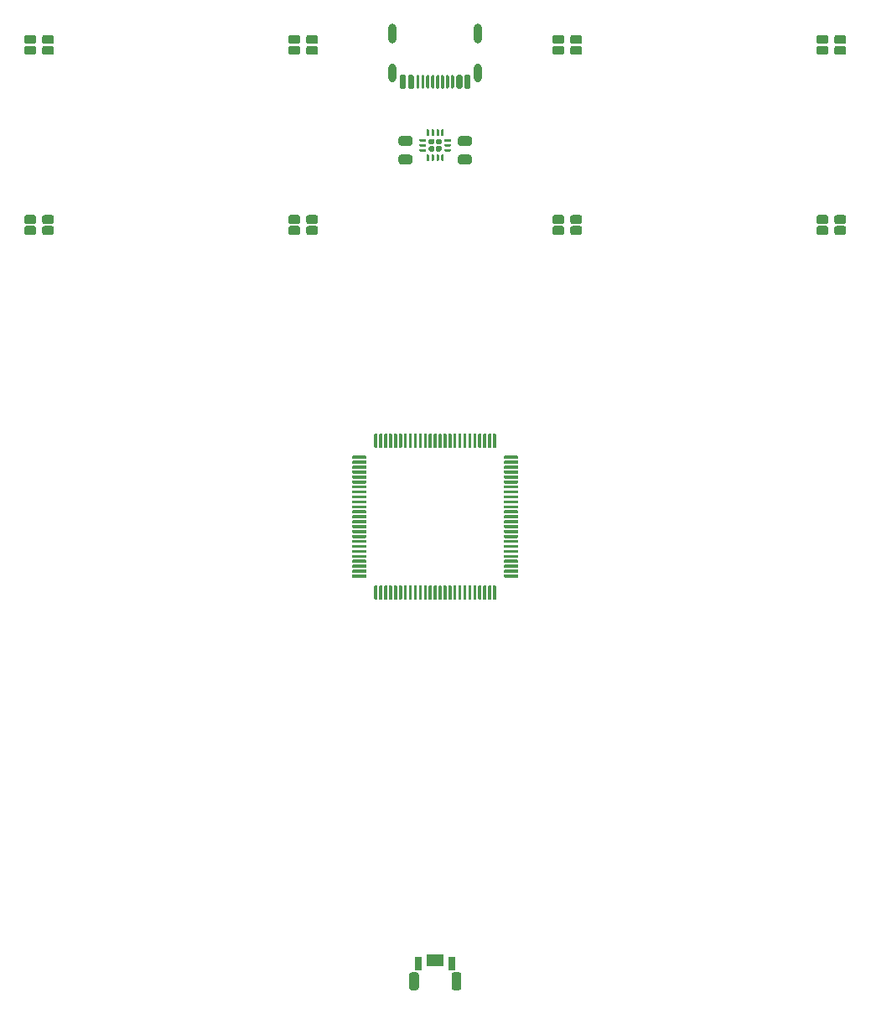
<source format=gtp>
G04 #@! TF.GenerationSoftware,KiCad,Pcbnew,5.1.9+dfsg1-1*
G04 #@! TF.CreationDate,2021-10-27T13:30:15+02:00*
G04 #@! TF.ProjectId,EF44,45463434-2e6b-4696-9361-645f70636258,rev?*
G04 #@! TF.SameCoordinates,Original*
G04 #@! TF.FileFunction,Paste,Top*
G04 #@! TF.FilePolarity,Positive*
%FSLAX46Y46*%
G04 Gerber Fmt 4.6, Leading zero omitted, Abs format (unit mm)*
G04 Created by KiCad (PCBNEW 5.1.9+dfsg1-1) date 2021-10-27 13:30:15*
%MOMM*%
%LPD*%
G01*
G04 APERTURE LIST*
%ADD10O,0.800000X2.000000*%
%ADD11O,0.800000X1.900000*%
%ADD12R,1.700000X1.200000*%
%ADD13R,0.700000X1.400000*%
G04 APERTURE END LIST*
G36*
G01*
X100070000Y-63005000D02*
X100070000Y-62715000D01*
G75*
G02*
X100215000Y-62570000I145000J0D01*
G01*
X100505000Y-62570000D01*
G75*
G02*
X100650000Y-62715000I0J-145000D01*
G01*
X100650000Y-63005000D01*
G75*
G02*
X100505000Y-63150000I-145000J0D01*
G01*
X100215000Y-63150000D01*
G75*
G02*
X100070000Y-63005000I0J145000D01*
G01*
G37*
G36*
G01*
X100070000Y-62285000D02*
X100070000Y-61995000D01*
G75*
G02*
X100215000Y-61850000I145000J0D01*
G01*
X100505000Y-61850000D01*
G75*
G02*
X100650000Y-61995000I0J-145000D01*
G01*
X100650000Y-62285000D01*
G75*
G02*
X100505000Y-62430000I-145000J0D01*
G01*
X100215000Y-62430000D01*
G75*
G02*
X100070000Y-62285000I0J145000D01*
G01*
G37*
G36*
G01*
X99350000Y-63005000D02*
X99350000Y-62715000D01*
G75*
G02*
X99495000Y-62570000I145000J0D01*
G01*
X99785000Y-62570000D01*
G75*
G02*
X99930000Y-62715000I0J-145000D01*
G01*
X99930000Y-63005000D01*
G75*
G02*
X99785000Y-63150000I-145000J0D01*
G01*
X99495000Y-63150000D01*
G75*
G02*
X99350000Y-63005000I0J145000D01*
G01*
G37*
G36*
G01*
X99350000Y-62285000D02*
X99350000Y-61995000D01*
G75*
G02*
X99495000Y-61850000I145000J0D01*
G01*
X99785000Y-61850000D01*
G75*
G02*
X99930000Y-61995000I0J-145000D01*
G01*
X99930000Y-62285000D01*
G75*
G02*
X99785000Y-62430000I-145000J0D01*
G01*
X99495000Y-62430000D01*
G75*
G02*
X99350000Y-62285000I0J145000D01*
G01*
G37*
G36*
G01*
X99125000Y-61512500D02*
X99125000Y-60962500D01*
G75*
G02*
X99187500Y-60900000I62500J0D01*
G01*
X99312500Y-60900000D01*
G75*
G02*
X99375000Y-60962500I0J-62500D01*
G01*
X99375000Y-61512500D01*
G75*
G02*
X99312500Y-61575000I-62500J0D01*
G01*
X99187500Y-61575000D01*
G75*
G02*
X99125000Y-61512500I0J62500D01*
G01*
G37*
G36*
G01*
X99625000Y-61512500D02*
X99625000Y-60962500D01*
G75*
G02*
X99687500Y-60900000I62500J0D01*
G01*
X99812500Y-60900000D01*
G75*
G02*
X99875000Y-60962500I0J-62500D01*
G01*
X99875000Y-61512500D01*
G75*
G02*
X99812500Y-61575000I-62500J0D01*
G01*
X99687500Y-61575000D01*
G75*
G02*
X99625000Y-61512500I0J62500D01*
G01*
G37*
G36*
G01*
X100125000Y-61512500D02*
X100125000Y-60962500D01*
G75*
G02*
X100187500Y-60900000I62500J0D01*
G01*
X100312500Y-60900000D01*
G75*
G02*
X100375000Y-60962500I0J-62500D01*
G01*
X100375000Y-61512500D01*
G75*
G02*
X100312500Y-61575000I-62500J0D01*
G01*
X100187500Y-61575000D01*
G75*
G02*
X100125000Y-61512500I0J62500D01*
G01*
G37*
G36*
G01*
X100625000Y-61512500D02*
X100625000Y-60962500D01*
G75*
G02*
X100687500Y-60900000I62500J0D01*
G01*
X100812500Y-60900000D01*
G75*
G02*
X100875000Y-60962500I0J-62500D01*
G01*
X100875000Y-61512500D01*
G75*
G02*
X100812500Y-61575000I-62500J0D01*
G01*
X100687500Y-61575000D01*
G75*
G02*
X100625000Y-61512500I0J62500D01*
G01*
G37*
G36*
G01*
X100925000Y-62062500D02*
X100925000Y-61937500D01*
G75*
G02*
X100987500Y-61875000I62500J0D01*
G01*
X101537500Y-61875000D01*
G75*
G02*
X101600000Y-61937500I0J-62500D01*
G01*
X101600000Y-62062500D01*
G75*
G02*
X101537500Y-62125000I-62500J0D01*
G01*
X100987500Y-62125000D01*
G75*
G02*
X100925000Y-62062500I0J62500D01*
G01*
G37*
G36*
G01*
X100925000Y-62562500D02*
X100925000Y-62437500D01*
G75*
G02*
X100987500Y-62375000I62500J0D01*
G01*
X101537500Y-62375000D01*
G75*
G02*
X101600000Y-62437500I0J-62500D01*
G01*
X101600000Y-62562500D01*
G75*
G02*
X101537500Y-62625000I-62500J0D01*
G01*
X100987500Y-62625000D01*
G75*
G02*
X100925000Y-62562500I0J62500D01*
G01*
G37*
G36*
G01*
X100925000Y-63062500D02*
X100925000Y-62937500D01*
G75*
G02*
X100987500Y-62875000I62500J0D01*
G01*
X101537500Y-62875000D01*
G75*
G02*
X101600000Y-62937500I0J-62500D01*
G01*
X101600000Y-63062500D01*
G75*
G02*
X101537500Y-63125000I-62500J0D01*
G01*
X100987500Y-63125000D01*
G75*
G02*
X100925000Y-63062500I0J62500D01*
G01*
G37*
G36*
G01*
X100625000Y-64037500D02*
X100625000Y-63487500D01*
G75*
G02*
X100687500Y-63425000I62500J0D01*
G01*
X100812500Y-63425000D01*
G75*
G02*
X100875000Y-63487500I0J-62500D01*
G01*
X100875000Y-64037500D01*
G75*
G02*
X100812500Y-64100000I-62500J0D01*
G01*
X100687500Y-64100000D01*
G75*
G02*
X100625000Y-64037500I0J62500D01*
G01*
G37*
G36*
G01*
X100125000Y-64037500D02*
X100125000Y-63487500D01*
G75*
G02*
X100187500Y-63425000I62500J0D01*
G01*
X100312500Y-63425000D01*
G75*
G02*
X100375000Y-63487500I0J-62500D01*
G01*
X100375000Y-64037500D01*
G75*
G02*
X100312500Y-64100000I-62500J0D01*
G01*
X100187500Y-64100000D01*
G75*
G02*
X100125000Y-64037500I0J62500D01*
G01*
G37*
G36*
G01*
X99625000Y-64037500D02*
X99625000Y-63487500D01*
G75*
G02*
X99687500Y-63425000I62500J0D01*
G01*
X99812500Y-63425000D01*
G75*
G02*
X99875000Y-63487500I0J-62500D01*
G01*
X99875000Y-64037500D01*
G75*
G02*
X99812500Y-64100000I-62500J0D01*
G01*
X99687500Y-64100000D01*
G75*
G02*
X99625000Y-64037500I0J62500D01*
G01*
G37*
G36*
G01*
X99125000Y-64037500D02*
X99125000Y-63487500D01*
G75*
G02*
X99187500Y-63425000I62500J0D01*
G01*
X99312500Y-63425000D01*
G75*
G02*
X99375000Y-63487500I0J-62500D01*
G01*
X99375000Y-64037500D01*
G75*
G02*
X99312500Y-64100000I-62500J0D01*
G01*
X99187500Y-64100000D01*
G75*
G02*
X99125000Y-64037500I0J62500D01*
G01*
G37*
G36*
G01*
X98400000Y-63062500D02*
X98400000Y-62937500D01*
G75*
G02*
X98462500Y-62875000I62500J0D01*
G01*
X99012500Y-62875000D01*
G75*
G02*
X99075000Y-62937500I0J-62500D01*
G01*
X99075000Y-63062500D01*
G75*
G02*
X99012500Y-63125000I-62500J0D01*
G01*
X98462500Y-63125000D01*
G75*
G02*
X98400000Y-63062500I0J62500D01*
G01*
G37*
G36*
G01*
X98400000Y-62562500D02*
X98400000Y-62437500D01*
G75*
G02*
X98462500Y-62375000I62500J0D01*
G01*
X99012500Y-62375000D01*
G75*
G02*
X99075000Y-62437500I0J-62500D01*
G01*
X99075000Y-62562500D01*
G75*
G02*
X99012500Y-62625000I-62500J0D01*
G01*
X98462500Y-62625000D01*
G75*
G02*
X98400000Y-62562500I0J62500D01*
G01*
G37*
G36*
G01*
X98400000Y-62062500D02*
X98400000Y-61937500D01*
G75*
G02*
X98462500Y-61875000I62500J0D01*
G01*
X99012500Y-61875000D01*
G75*
G02*
X99075000Y-61937500I0J-62500D01*
G01*
X99075000Y-62062500D01*
G75*
G02*
X99012500Y-62125000I-62500J0D01*
G01*
X98462500Y-62125000D01*
G75*
G02*
X98400000Y-62062500I0J62500D01*
G01*
G37*
G36*
G01*
X96543750Y-63450000D02*
X97456250Y-63450000D01*
G75*
G02*
X97700000Y-63693750I0J-243750D01*
G01*
X97700000Y-64181250D01*
G75*
G02*
X97456250Y-64425000I-243750J0D01*
G01*
X96543750Y-64425000D01*
G75*
G02*
X96300000Y-64181250I0J243750D01*
G01*
X96300000Y-63693750D01*
G75*
G02*
X96543750Y-63450000I243750J0D01*
G01*
G37*
G36*
G01*
X96543750Y-61575000D02*
X97456250Y-61575000D01*
G75*
G02*
X97700000Y-61818750I0J-243750D01*
G01*
X97700000Y-62306250D01*
G75*
G02*
X97456250Y-62550000I-243750J0D01*
G01*
X96543750Y-62550000D01*
G75*
G02*
X96300000Y-62306250I0J243750D01*
G01*
X96300000Y-61818750D01*
G75*
G02*
X96543750Y-61575000I243750J0D01*
G01*
G37*
G36*
G01*
X102543750Y-63450000D02*
X103456250Y-63450000D01*
G75*
G02*
X103700000Y-63693750I0J-243750D01*
G01*
X103700000Y-64181250D01*
G75*
G02*
X103456250Y-64425000I-243750J0D01*
G01*
X102543750Y-64425000D01*
G75*
G02*
X102300000Y-64181250I0J243750D01*
G01*
X102300000Y-63693750D01*
G75*
G02*
X102543750Y-63450000I243750J0D01*
G01*
G37*
G36*
G01*
X102543750Y-61575000D02*
X103456250Y-61575000D01*
G75*
G02*
X103700000Y-61818750I0J-243750D01*
G01*
X103700000Y-62306250D01*
G75*
G02*
X103456250Y-62550000I-243750J0D01*
G01*
X102543750Y-62550000D01*
G75*
G02*
X102300000Y-62306250I0J243750D01*
G01*
X102300000Y-61818750D01*
G75*
G02*
X102543750Y-61575000I243750J0D01*
G01*
G37*
D10*
X104320000Y-51250000D03*
X95680000Y-51250000D03*
D11*
X95680000Y-55180000D03*
G36*
G01*
X97850000Y-55520000D02*
X97850000Y-56670000D01*
G75*
G02*
X97700000Y-56820000I-150000J0D01*
G01*
X97400000Y-56820000D01*
G75*
G02*
X97250000Y-56670000I0J150000D01*
G01*
X97250000Y-55520000D01*
G75*
G02*
X97400000Y-55370000I150000J0D01*
G01*
X97700000Y-55370000D01*
G75*
G02*
X97850000Y-55520000I0J-150000D01*
G01*
G37*
G36*
G01*
X99400000Y-55520000D02*
X99400000Y-56670000D01*
G75*
G02*
X99250000Y-56820000I-150000J0D01*
G01*
X99250000Y-56820000D01*
G75*
G02*
X99100000Y-56670000I0J150000D01*
G01*
X99100000Y-55520000D01*
G75*
G02*
X99250000Y-55370000I150000J0D01*
G01*
X99250000Y-55370000D01*
G75*
G02*
X99400000Y-55520000I0J-150000D01*
G01*
G37*
G36*
G01*
X98900000Y-55520000D02*
X98900000Y-56670000D01*
G75*
G02*
X98750000Y-56820000I-150000J0D01*
G01*
X98750000Y-56820000D01*
G75*
G02*
X98600000Y-56670000I0J150000D01*
G01*
X98600000Y-55520000D01*
G75*
G02*
X98750000Y-55370000I150000J0D01*
G01*
X98750000Y-55370000D01*
G75*
G02*
X98900000Y-55520000I0J-150000D01*
G01*
G37*
G36*
G01*
X98400000Y-55520000D02*
X98400000Y-56670000D01*
G75*
G02*
X98250000Y-56820000I-150000J0D01*
G01*
X98250000Y-56820000D01*
G75*
G02*
X98100000Y-56670000I0J150000D01*
G01*
X98100000Y-55520000D01*
G75*
G02*
X98250000Y-55370000I150000J0D01*
G01*
X98250000Y-55370000D01*
G75*
G02*
X98400000Y-55520000I0J-150000D01*
G01*
G37*
G36*
G01*
X97050000Y-55520000D02*
X97050000Y-56670000D01*
G75*
G02*
X96900000Y-56820000I-150000J0D01*
G01*
X96600000Y-56820000D01*
G75*
G02*
X96450000Y-56670000I0J150000D01*
G01*
X96450000Y-55520000D01*
G75*
G02*
X96600000Y-55370000I150000J0D01*
G01*
X96900000Y-55370000D01*
G75*
G02*
X97050000Y-55520000I0J-150000D01*
G01*
G37*
G36*
G01*
X99900000Y-55520000D02*
X99900000Y-56670000D01*
G75*
G02*
X99750000Y-56820000I-150000J0D01*
G01*
X99750000Y-56820000D01*
G75*
G02*
X99600000Y-56670000I0J150000D01*
G01*
X99600000Y-55520000D01*
G75*
G02*
X99750000Y-55370000I150000J0D01*
G01*
X99750000Y-55370000D01*
G75*
G02*
X99900000Y-55520000I0J-150000D01*
G01*
G37*
G36*
G01*
X100400000Y-55520000D02*
X100400000Y-56670000D01*
G75*
G02*
X100250000Y-56820000I-150000J0D01*
G01*
X100250000Y-56820000D01*
G75*
G02*
X100100000Y-56670000I0J150000D01*
G01*
X100100000Y-55520000D01*
G75*
G02*
X100250000Y-55370000I150000J0D01*
G01*
X100250000Y-55370000D01*
G75*
G02*
X100400000Y-55520000I0J-150000D01*
G01*
G37*
G36*
G01*
X100900000Y-55520000D02*
X100900000Y-56670000D01*
G75*
G02*
X100750000Y-56820000I-150000J0D01*
G01*
X100750000Y-56820000D01*
G75*
G02*
X100600000Y-56670000I0J150000D01*
G01*
X100600000Y-55520000D01*
G75*
G02*
X100750000Y-55370000I150000J0D01*
G01*
X100750000Y-55370000D01*
G75*
G02*
X100900000Y-55520000I0J-150000D01*
G01*
G37*
G36*
G01*
X101400000Y-55520000D02*
X101400000Y-56670000D01*
G75*
G02*
X101250000Y-56820000I-150000J0D01*
G01*
X101250000Y-56820000D01*
G75*
G02*
X101100000Y-56670000I0J150000D01*
G01*
X101100000Y-55520000D01*
G75*
G02*
X101250000Y-55370000I150000J0D01*
G01*
X101250000Y-55370000D01*
G75*
G02*
X101400000Y-55520000I0J-150000D01*
G01*
G37*
G36*
G01*
X101900000Y-55520000D02*
X101900000Y-56670000D01*
G75*
G02*
X101750000Y-56820000I-150000J0D01*
G01*
X101750000Y-56820000D01*
G75*
G02*
X101600000Y-56670000I0J150000D01*
G01*
X101600000Y-55520000D01*
G75*
G02*
X101750000Y-55370000I150000J0D01*
G01*
X101750000Y-55370000D01*
G75*
G02*
X101900000Y-55520000I0J-150000D01*
G01*
G37*
G36*
G01*
X102750000Y-55520000D02*
X102750000Y-56670000D01*
G75*
G02*
X102600000Y-56820000I-150000J0D01*
G01*
X102300000Y-56820000D01*
G75*
G02*
X102150000Y-56670000I0J150000D01*
G01*
X102150000Y-55520000D01*
G75*
G02*
X102300000Y-55370000I150000J0D01*
G01*
X102600000Y-55370000D01*
G75*
G02*
X102750000Y-55520000I0J-150000D01*
G01*
G37*
G36*
G01*
X103550000Y-55520000D02*
X103550000Y-56670000D01*
G75*
G02*
X103400000Y-56820000I-150000J0D01*
G01*
X103100000Y-56820000D01*
G75*
G02*
X102950000Y-56670000I0J150000D01*
G01*
X102950000Y-55520000D01*
G75*
G02*
X103100000Y-55370000I150000J0D01*
G01*
X103400000Y-55370000D01*
G75*
G02*
X103550000Y-55520000I0J-150000D01*
G01*
G37*
X104320000Y-55180000D03*
G36*
G01*
X138505000Y-53150000D02*
X138505000Y-52700000D01*
G75*
G02*
X138730000Y-52475000I225000J0D01*
G01*
X139480000Y-52475000D01*
G75*
G02*
X139705000Y-52700000I0J-225000D01*
G01*
X139705000Y-53150000D01*
G75*
G02*
X139480000Y-53375000I-225000J0D01*
G01*
X138730000Y-53375000D01*
G75*
G02*
X138505000Y-53150000I0J225000D01*
G01*
G37*
G36*
G01*
X140305000Y-53150000D02*
X140305000Y-52700000D01*
G75*
G02*
X140530000Y-52475000I225000J0D01*
G01*
X141280000Y-52475000D01*
G75*
G02*
X141505000Y-52700000I0J-225000D01*
G01*
X141505000Y-53150000D01*
G75*
G02*
X141280000Y-53375000I-225000J0D01*
G01*
X140530000Y-53375000D01*
G75*
G02*
X140305000Y-53150000I0J225000D01*
G01*
G37*
G36*
G01*
X140305000Y-52050000D02*
X140305000Y-51600000D01*
G75*
G02*
X140530000Y-51375000I225000J0D01*
G01*
X141280000Y-51375000D01*
G75*
G02*
X141505000Y-51600000I0J-225000D01*
G01*
X141505000Y-52050000D01*
G75*
G02*
X141280000Y-52275000I-225000J0D01*
G01*
X140530000Y-52275000D01*
G75*
G02*
X140305000Y-52050000I0J225000D01*
G01*
G37*
G36*
G01*
X138505000Y-52050000D02*
X138505000Y-51600000D01*
G75*
G02*
X138730000Y-51375000I225000J0D01*
G01*
X139480000Y-51375000D01*
G75*
G02*
X139705000Y-51600000I0J-225000D01*
G01*
X139705000Y-52050000D01*
G75*
G02*
X139480000Y-52275000I-225000J0D01*
G01*
X138730000Y-52275000D01*
G75*
G02*
X138505000Y-52050000I0J225000D01*
G01*
G37*
G36*
G01*
X85165000Y-71320000D02*
X85165000Y-70870000D01*
G75*
G02*
X85390000Y-70645000I225000J0D01*
G01*
X86140000Y-70645000D01*
G75*
G02*
X86365000Y-70870000I0J-225000D01*
G01*
X86365000Y-71320000D01*
G75*
G02*
X86140000Y-71545000I-225000J0D01*
G01*
X85390000Y-71545000D01*
G75*
G02*
X85165000Y-71320000I0J225000D01*
G01*
G37*
G36*
G01*
X86965000Y-71320000D02*
X86965000Y-70870000D01*
G75*
G02*
X87190000Y-70645000I225000J0D01*
G01*
X87940000Y-70645000D01*
G75*
G02*
X88165000Y-70870000I0J-225000D01*
G01*
X88165000Y-71320000D01*
G75*
G02*
X87940000Y-71545000I-225000J0D01*
G01*
X87190000Y-71545000D01*
G75*
G02*
X86965000Y-71320000I0J225000D01*
G01*
G37*
G36*
G01*
X86965000Y-70220000D02*
X86965000Y-69770000D01*
G75*
G02*
X87190000Y-69545000I225000J0D01*
G01*
X87940000Y-69545000D01*
G75*
G02*
X88165000Y-69770000I0J-225000D01*
G01*
X88165000Y-70220000D01*
G75*
G02*
X87940000Y-70445000I-225000J0D01*
G01*
X87190000Y-70445000D01*
G75*
G02*
X86965000Y-70220000I0J225000D01*
G01*
G37*
G36*
G01*
X85165000Y-70220000D02*
X85165000Y-69770000D01*
G75*
G02*
X85390000Y-69545000I225000J0D01*
G01*
X86140000Y-69545000D01*
G75*
G02*
X86365000Y-69770000I0J-225000D01*
G01*
X86365000Y-70220000D01*
G75*
G02*
X86140000Y-70445000I-225000J0D01*
G01*
X85390000Y-70445000D01*
G75*
G02*
X85165000Y-70220000I0J225000D01*
G01*
G37*
G36*
G01*
X98100000Y-147800000D02*
X97600000Y-147800000D01*
G75*
G02*
X97350000Y-147550000I0J250000D01*
G01*
X97350000Y-146250000D01*
G75*
G02*
X97600000Y-146000000I250000J0D01*
G01*
X98100000Y-146000000D01*
G75*
G02*
X98350000Y-146250000I0J-250000D01*
G01*
X98350000Y-147550000D01*
G75*
G02*
X98100000Y-147800000I-250000J0D01*
G01*
G37*
G36*
G01*
X102400000Y-147800000D02*
X101900000Y-147800000D01*
G75*
G02*
X101650000Y-147550000I0J250000D01*
G01*
X101650000Y-146250000D01*
G75*
G02*
X101900000Y-146000000I250000J0D01*
G01*
X102400000Y-146000000D01*
G75*
G02*
X102650000Y-146250000I0J-250000D01*
G01*
X102650000Y-147550000D01*
G75*
G02*
X102400000Y-147800000I-250000J0D01*
G01*
G37*
D12*
X100000000Y-144800000D03*
D13*
X98300000Y-145100000D03*
X101700000Y-145100000D03*
G36*
G01*
X93850000Y-93000000D02*
X93850000Y-91675000D01*
G75*
G02*
X93925000Y-91600000I75000J0D01*
G01*
X94075000Y-91600000D01*
G75*
G02*
X94150000Y-91675000I0J-75000D01*
G01*
X94150000Y-93000000D01*
G75*
G02*
X94075000Y-93075000I-75000J0D01*
G01*
X93925000Y-93075000D01*
G75*
G02*
X93850000Y-93000000I0J75000D01*
G01*
G37*
G36*
G01*
X94350000Y-93000000D02*
X94350000Y-91675000D01*
G75*
G02*
X94425000Y-91600000I75000J0D01*
G01*
X94575000Y-91600000D01*
G75*
G02*
X94650000Y-91675000I0J-75000D01*
G01*
X94650000Y-93000000D01*
G75*
G02*
X94575000Y-93075000I-75000J0D01*
G01*
X94425000Y-93075000D01*
G75*
G02*
X94350000Y-93000000I0J75000D01*
G01*
G37*
G36*
G01*
X94850000Y-93000000D02*
X94850000Y-91675000D01*
G75*
G02*
X94925000Y-91600000I75000J0D01*
G01*
X95075000Y-91600000D01*
G75*
G02*
X95150000Y-91675000I0J-75000D01*
G01*
X95150000Y-93000000D01*
G75*
G02*
X95075000Y-93075000I-75000J0D01*
G01*
X94925000Y-93075000D01*
G75*
G02*
X94850000Y-93000000I0J75000D01*
G01*
G37*
G36*
G01*
X95350000Y-93000000D02*
X95350000Y-91675000D01*
G75*
G02*
X95425000Y-91600000I75000J0D01*
G01*
X95575000Y-91600000D01*
G75*
G02*
X95650000Y-91675000I0J-75000D01*
G01*
X95650000Y-93000000D01*
G75*
G02*
X95575000Y-93075000I-75000J0D01*
G01*
X95425000Y-93075000D01*
G75*
G02*
X95350000Y-93000000I0J75000D01*
G01*
G37*
G36*
G01*
X95850000Y-93000000D02*
X95850000Y-91675000D01*
G75*
G02*
X95925000Y-91600000I75000J0D01*
G01*
X96075000Y-91600000D01*
G75*
G02*
X96150000Y-91675000I0J-75000D01*
G01*
X96150000Y-93000000D01*
G75*
G02*
X96075000Y-93075000I-75000J0D01*
G01*
X95925000Y-93075000D01*
G75*
G02*
X95850000Y-93000000I0J75000D01*
G01*
G37*
G36*
G01*
X96350000Y-93000000D02*
X96350000Y-91675000D01*
G75*
G02*
X96425000Y-91600000I75000J0D01*
G01*
X96575000Y-91600000D01*
G75*
G02*
X96650000Y-91675000I0J-75000D01*
G01*
X96650000Y-93000000D01*
G75*
G02*
X96575000Y-93075000I-75000J0D01*
G01*
X96425000Y-93075000D01*
G75*
G02*
X96350000Y-93000000I0J75000D01*
G01*
G37*
G36*
G01*
X96850000Y-93000000D02*
X96850000Y-91675000D01*
G75*
G02*
X96925000Y-91600000I75000J0D01*
G01*
X97075000Y-91600000D01*
G75*
G02*
X97150000Y-91675000I0J-75000D01*
G01*
X97150000Y-93000000D01*
G75*
G02*
X97075000Y-93075000I-75000J0D01*
G01*
X96925000Y-93075000D01*
G75*
G02*
X96850000Y-93000000I0J75000D01*
G01*
G37*
G36*
G01*
X97350000Y-93000000D02*
X97350000Y-91675000D01*
G75*
G02*
X97425000Y-91600000I75000J0D01*
G01*
X97575000Y-91600000D01*
G75*
G02*
X97650000Y-91675000I0J-75000D01*
G01*
X97650000Y-93000000D01*
G75*
G02*
X97575000Y-93075000I-75000J0D01*
G01*
X97425000Y-93075000D01*
G75*
G02*
X97350000Y-93000000I0J75000D01*
G01*
G37*
G36*
G01*
X97850000Y-93000000D02*
X97850000Y-91675000D01*
G75*
G02*
X97925000Y-91600000I75000J0D01*
G01*
X98075000Y-91600000D01*
G75*
G02*
X98150000Y-91675000I0J-75000D01*
G01*
X98150000Y-93000000D01*
G75*
G02*
X98075000Y-93075000I-75000J0D01*
G01*
X97925000Y-93075000D01*
G75*
G02*
X97850000Y-93000000I0J75000D01*
G01*
G37*
G36*
G01*
X98350000Y-93000000D02*
X98350000Y-91675000D01*
G75*
G02*
X98425000Y-91600000I75000J0D01*
G01*
X98575000Y-91600000D01*
G75*
G02*
X98650000Y-91675000I0J-75000D01*
G01*
X98650000Y-93000000D01*
G75*
G02*
X98575000Y-93075000I-75000J0D01*
G01*
X98425000Y-93075000D01*
G75*
G02*
X98350000Y-93000000I0J75000D01*
G01*
G37*
G36*
G01*
X98850000Y-93000000D02*
X98850000Y-91675000D01*
G75*
G02*
X98925000Y-91600000I75000J0D01*
G01*
X99075000Y-91600000D01*
G75*
G02*
X99150000Y-91675000I0J-75000D01*
G01*
X99150000Y-93000000D01*
G75*
G02*
X99075000Y-93075000I-75000J0D01*
G01*
X98925000Y-93075000D01*
G75*
G02*
X98850000Y-93000000I0J75000D01*
G01*
G37*
G36*
G01*
X99350000Y-93000000D02*
X99350000Y-91675000D01*
G75*
G02*
X99425000Y-91600000I75000J0D01*
G01*
X99575000Y-91600000D01*
G75*
G02*
X99650000Y-91675000I0J-75000D01*
G01*
X99650000Y-93000000D01*
G75*
G02*
X99575000Y-93075000I-75000J0D01*
G01*
X99425000Y-93075000D01*
G75*
G02*
X99350000Y-93000000I0J75000D01*
G01*
G37*
G36*
G01*
X99850000Y-93000000D02*
X99850000Y-91675000D01*
G75*
G02*
X99925000Y-91600000I75000J0D01*
G01*
X100075000Y-91600000D01*
G75*
G02*
X100150000Y-91675000I0J-75000D01*
G01*
X100150000Y-93000000D01*
G75*
G02*
X100075000Y-93075000I-75000J0D01*
G01*
X99925000Y-93075000D01*
G75*
G02*
X99850000Y-93000000I0J75000D01*
G01*
G37*
G36*
G01*
X100350000Y-93000000D02*
X100350000Y-91675000D01*
G75*
G02*
X100425000Y-91600000I75000J0D01*
G01*
X100575000Y-91600000D01*
G75*
G02*
X100650000Y-91675000I0J-75000D01*
G01*
X100650000Y-93000000D01*
G75*
G02*
X100575000Y-93075000I-75000J0D01*
G01*
X100425000Y-93075000D01*
G75*
G02*
X100350000Y-93000000I0J75000D01*
G01*
G37*
G36*
G01*
X100850000Y-93000000D02*
X100850000Y-91675000D01*
G75*
G02*
X100925000Y-91600000I75000J0D01*
G01*
X101075000Y-91600000D01*
G75*
G02*
X101150000Y-91675000I0J-75000D01*
G01*
X101150000Y-93000000D01*
G75*
G02*
X101075000Y-93075000I-75000J0D01*
G01*
X100925000Y-93075000D01*
G75*
G02*
X100850000Y-93000000I0J75000D01*
G01*
G37*
G36*
G01*
X101350000Y-93000000D02*
X101350000Y-91675000D01*
G75*
G02*
X101425000Y-91600000I75000J0D01*
G01*
X101575000Y-91600000D01*
G75*
G02*
X101650000Y-91675000I0J-75000D01*
G01*
X101650000Y-93000000D01*
G75*
G02*
X101575000Y-93075000I-75000J0D01*
G01*
X101425000Y-93075000D01*
G75*
G02*
X101350000Y-93000000I0J75000D01*
G01*
G37*
G36*
G01*
X101850000Y-93000000D02*
X101850000Y-91675000D01*
G75*
G02*
X101925000Y-91600000I75000J0D01*
G01*
X102075000Y-91600000D01*
G75*
G02*
X102150000Y-91675000I0J-75000D01*
G01*
X102150000Y-93000000D01*
G75*
G02*
X102075000Y-93075000I-75000J0D01*
G01*
X101925000Y-93075000D01*
G75*
G02*
X101850000Y-93000000I0J75000D01*
G01*
G37*
G36*
G01*
X102350000Y-93000000D02*
X102350000Y-91675000D01*
G75*
G02*
X102425000Y-91600000I75000J0D01*
G01*
X102575000Y-91600000D01*
G75*
G02*
X102650000Y-91675000I0J-75000D01*
G01*
X102650000Y-93000000D01*
G75*
G02*
X102575000Y-93075000I-75000J0D01*
G01*
X102425000Y-93075000D01*
G75*
G02*
X102350000Y-93000000I0J75000D01*
G01*
G37*
G36*
G01*
X102850000Y-93000000D02*
X102850000Y-91675000D01*
G75*
G02*
X102925000Y-91600000I75000J0D01*
G01*
X103075000Y-91600000D01*
G75*
G02*
X103150000Y-91675000I0J-75000D01*
G01*
X103150000Y-93000000D01*
G75*
G02*
X103075000Y-93075000I-75000J0D01*
G01*
X102925000Y-93075000D01*
G75*
G02*
X102850000Y-93000000I0J75000D01*
G01*
G37*
G36*
G01*
X103350000Y-93000000D02*
X103350000Y-91675000D01*
G75*
G02*
X103425000Y-91600000I75000J0D01*
G01*
X103575000Y-91600000D01*
G75*
G02*
X103650000Y-91675000I0J-75000D01*
G01*
X103650000Y-93000000D01*
G75*
G02*
X103575000Y-93075000I-75000J0D01*
G01*
X103425000Y-93075000D01*
G75*
G02*
X103350000Y-93000000I0J75000D01*
G01*
G37*
G36*
G01*
X103850000Y-93000000D02*
X103850000Y-91675000D01*
G75*
G02*
X103925000Y-91600000I75000J0D01*
G01*
X104075000Y-91600000D01*
G75*
G02*
X104150000Y-91675000I0J-75000D01*
G01*
X104150000Y-93000000D01*
G75*
G02*
X104075000Y-93075000I-75000J0D01*
G01*
X103925000Y-93075000D01*
G75*
G02*
X103850000Y-93000000I0J75000D01*
G01*
G37*
G36*
G01*
X104350000Y-93000000D02*
X104350000Y-91675000D01*
G75*
G02*
X104425000Y-91600000I75000J0D01*
G01*
X104575000Y-91600000D01*
G75*
G02*
X104650000Y-91675000I0J-75000D01*
G01*
X104650000Y-93000000D01*
G75*
G02*
X104575000Y-93075000I-75000J0D01*
G01*
X104425000Y-93075000D01*
G75*
G02*
X104350000Y-93000000I0J75000D01*
G01*
G37*
G36*
G01*
X104850000Y-93000000D02*
X104850000Y-91675000D01*
G75*
G02*
X104925000Y-91600000I75000J0D01*
G01*
X105075000Y-91600000D01*
G75*
G02*
X105150000Y-91675000I0J-75000D01*
G01*
X105150000Y-93000000D01*
G75*
G02*
X105075000Y-93075000I-75000J0D01*
G01*
X104925000Y-93075000D01*
G75*
G02*
X104850000Y-93000000I0J75000D01*
G01*
G37*
G36*
G01*
X105350000Y-93000000D02*
X105350000Y-91675000D01*
G75*
G02*
X105425000Y-91600000I75000J0D01*
G01*
X105575000Y-91600000D01*
G75*
G02*
X105650000Y-91675000I0J-75000D01*
G01*
X105650000Y-93000000D01*
G75*
G02*
X105575000Y-93075000I-75000J0D01*
G01*
X105425000Y-93075000D01*
G75*
G02*
X105350000Y-93000000I0J75000D01*
G01*
G37*
G36*
G01*
X105850000Y-93000000D02*
X105850000Y-91675000D01*
G75*
G02*
X105925000Y-91600000I75000J0D01*
G01*
X106075000Y-91600000D01*
G75*
G02*
X106150000Y-91675000I0J-75000D01*
G01*
X106150000Y-93000000D01*
G75*
G02*
X106075000Y-93075000I-75000J0D01*
G01*
X105925000Y-93075000D01*
G75*
G02*
X105850000Y-93000000I0J75000D01*
G01*
G37*
G36*
G01*
X106925000Y-94075000D02*
X106925000Y-93925000D01*
G75*
G02*
X107000000Y-93850000I75000J0D01*
G01*
X108325000Y-93850000D01*
G75*
G02*
X108400000Y-93925000I0J-75000D01*
G01*
X108400000Y-94075000D01*
G75*
G02*
X108325000Y-94150000I-75000J0D01*
G01*
X107000000Y-94150000D01*
G75*
G02*
X106925000Y-94075000I0J75000D01*
G01*
G37*
G36*
G01*
X106925000Y-94575000D02*
X106925000Y-94425000D01*
G75*
G02*
X107000000Y-94350000I75000J0D01*
G01*
X108325000Y-94350000D01*
G75*
G02*
X108400000Y-94425000I0J-75000D01*
G01*
X108400000Y-94575000D01*
G75*
G02*
X108325000Y-94650000I-75000J0D01*
G01*
X107000000Y-94650000D01*
G75*
G02*
X106925000Y-94575000I0J75000D01*
G01*
G37*
G36*
G01*
X106925000Y-95075000D02*
X106925000Y-94925000D01*
G75*
G02*
X107000000Y-94850000I75000J0D01*
G01*
X108325000Y-94850000D01*
G75*
G02*
X108400000Y-94925000I0J-75000D01*
G01*
X108400000Y-95075000D01*
G75*
G02*
X108325000Y-95150000I-75000J0D01*
G01*
X107000000Y-95150000D01*
G75*
G02*
X106925000Y-95075000I0J75000D01*
G01*
G37*
G36*
G01*
X106925000Y-95575000D02*
X106925000Y-95425000D01*
G75*
G02*
X107000000Y-95350000I75000J0D01*
G01*
X108325000Y-95350000D01*
G75*
G02*
X108400000Y-95425000I0J-75000D01*
G01*
X108400000Y-95575000D01*
G75*
G02*
X108325000Y-95650000I-75000J0D01*
G01*
X107000000Y-95650000D01*
G75*
G02*
X106925000Y-95575000I0J75000D01*
G01*
G37*
G36*
G01*
X106925000Y-96075000D02*
X106925000Y-95925000D01*
G75*
G02*
X107000000Y-95850000I75000J0D01*
G01*
X108325000Y-95850000D01*
G75*
G02*
X108400000Y-95925000I0J-75000D01*
G01*
X108400000Y-96075000D01*
G75*
G02*
X108325000Y-96150000I-75000J0D01*
G01*
X107000000Y-96150000D01*
G75*
G02*
X106925000Y-96075000I0J75000D01*
G01*
G37*
G36*
G01*
X106925000Y-96575000D02*
X106925000Y-96425000D01*
G75*
G02*
X107000000Y-96350000I75000J0D01*
G01*
X108325000Y-96350000D01*
G75*
G02*
X108400000Y-96425000I0J-75000D01*
G01*
X108400000Y-96575000D01*
G75*
G02*
X108325000Y-96650000I-75000J0D01*
G01*
X107000000Y-96650000D01*
G75*
G02*
X106925000Y-96575000I0J75000D01*
G01*
G37*
G36*
G01*
X106925000Y-97075000D02*
X106925000Y-96925000D01*
G75*
G02*
X107000000Y-96850000I75000J0D01*
G01*
X108325000Y-96850000D01*
G75*
G02*
X108400000Y-96925000I0J-75000D01*
G01*
X108400000Y-97075000D01*
G75*
G02*
X108325000Y-97150000I-75000J0D01*
G01*
X107000000Y-97150000D01*
G75*
G02*
X106925000Y-97075000I0J75000D01*
G01*
G37*
G36*
G01*
X106925000Y-97575000D02*
X106925000Y-97425000D01*
G75*
G02*
X107000000Y-97350000I75000J0D01*
G01*
X108325000Y-97350000D01*
G75*
G02*
X108400000Y-97425000I0J-75000D01*
G01*
X108400000Y-97575000D01*
G75*
G02*
X108325000Y-97650000I-75000J0D01*
G01*
X107000000Y-97650000D01*
G75*
G02*
X106925000Y-97575000I0J75000D01*
G01*
G37*
G36*
G01*
X106925000Y-98075000D02*
X106925000Y-97925000D01*
G75*
G02*
X107000000Y-97850000I75000J0D01*
G01*
X108325000Y-97850000D01*
G75*
G02*
X108400000Y-97925000I0J-75000D01*
G01*
X108400000Y-98075000D01*
G75*
G02*
X108325000Y-98150000I-75000J0D01*
G01*
X107000000Y-98150000D01*
G75*
G02*
X106925000Y-98075000I0J75000D01*
G01*
G37*
G36*
G01*
X106925000Y-98575000D02*
X106925000Y-98425000D01*
G75*
G02*
X107000000Y-98350000I75000J0D01*
G01*
X108325000Y-98350000D01*
G75*
G02*
X108400000Y-98425000I0J-75000D01*
G01*
X108400000Y-98575000D01*
G75*
G02*
X108325000Y-98650000I-75000J0D01*
G01*
X107000000Y-98650000D01*
G75*
G02*
X106925000Y-98575000I0J75000D01*
G01*
G37*
G36*
G01*
X106925000Y-99075000D02*
X106925000Y-98925000D01*
G75*
G02*
X107000000Y-98850000I75000J0D01*
G01*
X108325000Y-98850000D01*
G75*
G02*
X108400000Y-98925000I0J-75000D01*
G01*
X108400000Y-99075000D01*
G75*
G02*
X108325000Y-99150000I-75000J0D01*
G01*
X107000000Y-99150000D01*
G75*
G02*
X106925000Y-99075000I0J75000D01*
G01*
G37*
G36*
G01*
X106925000Y-99575000D02*
X106925000Y-99425000D01*
G75*
G02*
X107000000Y-99350000I75000J0D01*
G01*
X108325000Y-99350000D01*
G75*
G02*
X108400000Y-99425000I0J-75000D01*
G01*
X108400000Y-99575000D01*
G75*
G02*
X108325000Y-99650000I-75000J0D01*
G01*
X107000000Y-99650000D01*
G75*
G02*
X106925000Y-99575000I0J75000D01*
G01*
G37*
G36*
G01*
X106925000Y-100075000D02*
X106925000Y-99925000D01*
G75*
G02*
X107000000Y-99850000I75000J0D01*
G01*
X108325000Y-99850000D01*
G75*
G02*
X108400000Y-99925000I0J-75000D01*
G01*
X108400000Y-100075000D01*
G75*
G02*
X108325000Y-100150000I-75000J0D01*
G01*
X107000000Y-100150000D01*
G75*
G02*
X106925000Y-100075000I0J75000D01*
G01*
G37*
G36*
G01*
X106925000Y-100575000D02*
X106925000Y-100425000D01*
G75*
G02*
X107000000Y-100350000I75000J0D01*
G01*
X108325000Y-100350000D01*
G75*
G02*
X108400000Y-100425000I0J-75000D01*
G01*
X108400000Y-100575000D01*
G75*
G02*
X108325000Y-100650000I-75000J0D01*
G01*
X107000000Y-100650000D01*
G75*
G02*
X106925000Y-100575000I0J75000D01*
G01*
G37*
G36*
G01*
X106925000Y-101075000D02*
X106925000Y-100925000D01*
G75*
G02*
X107000000Y-100850000I75000J0D01*
G01*
X108325000Y-100850000D01*
G75*
G02*
X108400000Y-100925000I0J-75000D01*
G01*
X108400000Y-101075000D01*
G75*
G02*
X108325000Y-101150000I-75000J0D01*
G01*
X107000000Y-101150000D01*
G75*
G02*
X106925000Y-101075000I0J75000D01*
G01*
G37*
G36*
G01*
X106925000Y-101575000D02*
X106925000Y-101425000D01*
G75*
G02*
X107000000Y-101350000I75000J0D01*
G01*
X108325000Y-101350000D01*
G75*
G02*
X108400000Y-101425000I0J-75000D01*
G01*
X108400000Y-101575000D01*
G75*
G02*
X108325000Y-101650000I-75000J0D01*
G01*
X107000000Y-101650000D01*
G75*
G02*
X106925000Y-101575000I0J75000D01*
G01*
G37*
G36*
G01*
X106925000Y-102075000D02*
X106925000Y-101925000D01*
G75*
G02*
X107000000Y-101850000I75000J0D01*
G01*
X108325000Y-101850000D01*
G75*
G02*
X108400000Y-101925000I0J-75000D01*
G01*
X108400000Y-102075000D01*
G75*
G02*
X108325000Y-102150000I-75000J0D01*
G01*
X107000000Y-102150000D01*
G75*
G02*
X106925000Y-102075000I0J75000D01*
G01*
G37*
G36*
G01*
X106925000Y-102575000D02*
X106925000Y-102425000D01*
G75*
G02*
X107000000Y-102350000I75000J0D01*
G01*
X108325000Y-102350000D01*
G75*
G02*
X108400000Y-102425000I0J-75000D01*
G01*
X108400000Y-102575000D01*
G75*
G02*
X108325000Y-102650000I-75000J0D01*
G01*
X107000000Y-102650000D01*
G75*
G02*
X106925000Y-102575000I0J75000D01*
G01*
G37*
G36*
G01*
X106925000Y-103075000D02*
X106925000Y-102925000D01*
G75*
G02*
X107000000Y-102850000I75000J0D01*
G01*
X108325000Y-102850000D01*
G75*
G02*
X108400000Y-102925000I0J-75000D01*
G01*
X108400000Y-103075000D01*
G75*
G02*
X108325000Y-103150000I-75000J0D01*
G01*
X107000000Y-103150000D01*
G75*
G02*
X106925000Y-103075000I0J75000D01*
G01*
G37*
G36*
G01*
X106925000Y-103575000D02*
X106925000Y-103425000D01*
G75*
G02*
X107000000Y-103350000I75000J0D01*
G01*
X108325000Y-103350000D01*
G75*
G02*
X108400000Y-103425000I0J-75000D01*
G01*
X108400000Y-103575000D01*
G75*
G02*
X108325000Y-103650000I-75000J0D01*
G01*
X107000000Y-103650000D01*
G75*
G02*
X106925000Y-103575000I0J75000D01*
G01*
G37*
G36*
G01*
X106925000Y-104075000D02*
X106925000Y-103925000D01*
G75*
G02*
X107000000Y-103850000I75000J0D01*
G01*
X108325000Y-103850000D01*
G75*
G02*
X108400000Y-103925000I0J-75000D01*
G01*
X108400000Y-104075000D01*
G75*
G02*
X108325000Y-104150000I-75000J0D01*
G01*
X107000000Y-104150000D01*
G75*
G02*
X106925000Y-104075000I0J75000D01*
G01*
G37*
G36*
G01*
X106925000Y-104575000D02*
X106925000Y-104425000D01*
G75*
G02*
X107000000Y-104350000I75000J0D01*
G01*
X108325000Y-104350000D01*
G75*
G02*
X108400000Y-104425000I0J-75000D01*
G01*
X108400000Y-104575000D01*
G75*
G02*
X108325000Y-104650000I-75000J0D01*
G01*
X107000000Y-104650000D01*
G75*
G02*
X106925000Y-104575000I0J75000D01*
G01*
G37*
G36*
G01*
X106925000Y-105075000D02*
X106925000Y-104925000D01*
G75*
G02*
X107000000Y-104850000I75000J0D01*
G01*
X108325000Y-104850000D01*
G75*
G02*
X108400000Y-104925000I0J-75000D01*
G01*
X108400000Y-105075000D01*
G75*
G02*
X108325000Y-105150000I-75000J0D01*
G01*
X107000000Y-105150000D01*
G75*
G02*
X106925000Y-105075000I0J75000D01*
G01*
G37*
G36*
G01*
X106925000Y-105575000D02*
X106925000Y-105425000D01*
G75*
G02*
X107000000Y-105350000I75000J0D01*
G01*
X108325000Y-105350000D01*
G75*
G02*
X108400000Y-105425000I0J-75000D01*
G01*
X108400000Y-105575000D01*
G75*
G02*
X108325000Y-105650000I-75000J0D01*
G01*
X107000000Y-105650000D01*
G75*
G02*
X106925000Y-105575000I0J75000D01*
G01*
G37*
G36*
G01*
X106925000Y-106075000D02*
X106925000Y-105925000D01*
G75*
G02*
X107000000Y-105850000I75000J0D01*
G01*
X108325000Y-105850000D01*
G75*
G02*
X108400000Y-105925000I0J-75000D01*
G01*
X108400000Y-106075000D01*
G75*
G02*
X108325000Y-106150000I-75000J0D01*
G01*
X107000000Y-106150000D01*
G75*
G02*
X106925000Y-106075000I0J75000D01*
G01*
G37*
G36*
G01*
X105850000Y-108325000D02*
X105850000Y-107000000D01*
G75*
G02*
X105925000Y-106925000I75000J0D01*
G01*
X106075000Y-106925000D01*
G75*
G02*
X106150000Y-107000000I0J-75000D01*
G01*
X106150000Y-108325000D01*
G75*
G02*
X106075000Y-108400000I-75000J0D01*
G01*
X105925000Y-108400000D01*
G75*
G02*
X105850000Y-108325000I0J75000D01*
G01*
G37*
G36*
G01*
X105350000Y-108325000D02*
X105350000Y-107000000D01*
G75*
G02*
X105425000Y-106925000I75000J0D01*
G01*
X105575000Y-106925000D01*
G75*
G02*
X105650000Y-107000000I0J-75000D01*
G01*
X105650000Y-108325000D01*
G75*
G02*
X105575000Y-108400000I-75000J0D01*
G01*
X105425000Y-108400000D01*
G75*
G02*
X105350000Y-108325000I0J75000D01*
G01*
G37*
G36*
G01*
X104850000Y-108325000D02*
X104850000Y-107000000D01*
G75*
G02*
X104925000Y-106925000I75000J0D01*
G01*
X105075000Y-106925000D01*
G75*
G02*
X105150000Y-107000000I0J-75000D01*
G01*
X105150000Y-108325000D01*
G75*
G02*
X105075000Y-108400000I-75000J0D01*
G01*
X104925000Y-108400000D01*
G75*
G02*
X104850000Y-108325000I0J75000D01*
G01*
G37*
G36*
G01*
X104350000Y-108325000D02*
X104350000Y-107000000D01*
G75*
G02*
X104425000Y-106925000I75000J0D01*
G01*
X104575000Y-106925000D01*
G75*
G02*
X104650000Y-107000000I0J-75000D01*
G01*
X104650000Y-108325000D01*
G75*
G02*
X104575000Y-108400000I-75000J0D01*
G01*
X104425000Y-108400000D01*
G75*
G02*
X104350000Y-108325000I0J75000D01*
G01*
G37*
G36*
G01*
X103850000Y-108325000D02*
X103850000Y-107000000D01*
G75*
G02*
X103925000Y-106925000I75000J0D01*
G01*
X104075000Y-106925000D01*
G75*
G02*
X104150000Y-107000000I0J-75000D01*
G01*
X104150000Y-108325000D01*
G75*
G02*
X104075000Y-108400000I-75000J0D01*
G01*
X103925000Y-108400000D01*
G75*
G02*
X103850000Y-108325000I0J75000D01*
G01*
G37*
G36*
G01*
X103350000Y-108325000D02*
X103350000Y-107000000D01*
G75*
G02*
X103425000Y-106925000I75000J0D01*
G01*
X103575000Y-106925000D01*
G75*
G02*
X103650000Y-107000000I0J-75000D01*
G01*
X103650000Y-108325000D01*
G75*
G02*
X103575000Y-108400000I-75000J0D01*
G01*
X103425000Y-108400000D01*
G75*
G02*
X103350000Y-108325000I0J75000D01*
G01*
G37*
G36*
G01*
X102850000Y-108325000D02*
X102850000Y-107000000D01*
G75*
G02*
X102925000Y-106925000I75000J0D01*
G01*
X103075000Y-106925000D01*
G75*
G02*
X103150000Y-107000000I0J-75000D01*
G01*
X103150000Y-108325000D01*
G75*
G02*
X103075000Y-108400000I-75000J0D01*
G01*
X102925000Y-108400000D01*
G75*
G02*
X102850000Y-108325000I0J75000D01*
G01*
G37*
G36*
G01*
X102350000Y-108325000D02*
X102350000Y-107000000D01*
G75*
G02*
X102425000Y-106925000I75000J0D01*
G01*
X102575000Y-106925000D01*
G75*
G02*
X102650000Y-107000000I0J-75000D01*
G01*
X102650000Y-108325000D01*
G75*
G02*
X102575000Y-108400000I-75000J0D01*
G01*
X102425000Y-108400000D01*
G75*
G02*
X102350000Y-108325000I0J75000D01*
G01*
G37*
G36*
G01*
X101850000Y-108325000D02*
X101850000Y-107000000D01*
G75*
G02*
X101925000Y-106925000I75000J0D01*
G01*
X102075000Y-106925000D01*
G75*
G02*
X102150000Y-107000000I0J-75000D01*
G01*
X102150000Y-108325000D01*
G75*
G02*
X102075000Y-108400000I-75000J0D01*
G01*
X101925000Y-108400000D01*
G75*
G02*
X101850000Y-108325000I0J75000D01*
G01*
G37*
G36*
G01*
X101350000Y-108325000D02*
X101350000Y-107000000D01*
G75*
G02*
X101425000Y-106925000I75000J0D01*
G01*
X101575000Y-106925000D01*
G75*
G02*
X101650000Y-107000000I0J-75000D01*
G01*
X101650000Y-108325000D01*
G75*
G02*
X101575000Y-108400000I-75000J0D01*
G01*
X101425000Y-108400000D01*
G75*
G02*
X101350000Y-108325000I0J75000D01*
G01*
G37*
G36*
G01*
X100850000Y-108325000D02*
X100850000Y-107000000D01*
G75*
G02*
X100925000Y-106925000I75000J0D01*
G01*
X101075000Y-106925000D01*
G75*
G02*
X101150000Y-107000000I0J-75000D01*
G01*
X101150000Y-108325000D01*
G75*
G02*
X101075000Y-108400000I-75000J0D01*
G01*
X100925000Y-108400000D01*
G75*
G02*
X100850000Y-108325000I0J75000D01*
G01*
G37*
G36*
G01*
X100350000Y-108325000D02*
X100350000Y-107000000D01*
G75*
G02*
X100425000Y-106925000I75000J0D01*
G01*
X100575000Y-106925000D01*
G75*
G02*
X100650000Y-107000000I0J-75000D01*
G01*
X100650000Y-108325000D01*
G75*
G02*
X100575000Y-108400000I-75000J0D01*
G01*
X100425000Y-108400000D01*
G75*
G02*
X100350000Y-108325000I0J75000D01*
G01*
G37*
G36*
G01*
X99850000Y-108325000D02*
X99850000Y-107000000D01*
G75*
G02*
X99925000Y-106925000I75000J0D01*
G01*
X100075000Y-106925000D01*
G75*
G02*
X100150000Y-107000000I0J-75000D01*
G01*
X100150000Y-108325000D01*
G75*
G02*
X100075000Y-108400000I-75000J0D01*
G01*
X99925000Y-108400000D01*
G75*
G02*
X99850000Y-108325000I0J75000D01*
G01*
G37*
G36*
G01*
X99350000Y-108325000D02*
X99350000Y-107000000D01*
G75*
G02*
X99425000Y-106925000I75000J0D01*
G01*
X99575000Y-106925000D01*
G75*
G02*
X99650000Y-107000000I0J-75000D01*
G01*
X99650000Y-108325000D01*
G75*
G02*
X99575000Y-108400000I-75000J0D01*
G01*
X99425000Y-108400000D01*
G75*
G02*
X99350000Y-108325000I0J75000D01*
G01*
G37*
G36*
G01*
X98850000Y-108325000D02*
X98850000Y-107000000D01*
G75*
G02*
X98925000Y-106925000I75000J0D01*
G01*
X99075000Y-106925000D01*
G75*
G02*
X99150000Y-107000000I0J-75000D01*
G01*
X99150000Y-108325000D01*
G75*
G02*
X99075000Y-108400000I-75000J0D01*
G01*
X98925000Y-108400000D01*
G75*
G02*
X98850000Y-108325000I0J75000D01*
G01*
G37*
G36*
G01*
X98350000Y-108325000D02*
X98350000Y-107000000D01*
G75*
G02*
X98425000Y-106925000I75000J0D01*
G01*
X98575000Y-106925000D01*
G75*
G02*
X98650000Y-107000000I0J-75000D01*
G01*
X98650000Y-108325000D01*
G75*
G02*
X98575000Y-108400000I-75000J0D01*
G01*
X98425000Y-108400000D01*
G75*
G02*
X98350000Y-108325000I0J75000D01*
G01*
G37*
G36*
G01*
X97850000Y-108325000D02*
X97850000Y-107000000D01*
G75*
G02*
X97925000Y-106925000I75000J0D01*
G01*
X98075000Y-106925000D01*
G75*
G02*
X98150000Y-107000000I0J-75000D01*
G01*
X98150000Y-108325000D01*
G75*
G02*
X98075000Y-108400000I-75000J0D01*
G01*
X97925000Y-108400000D01*
G75*
G02*
X97850000Y-108325000I0J75000D01*
G01*
G37*
G36*
G01*
X97350000Y-108325000D02*
X97350000Y-107000000D01*
G75*
G02*
X97425000Y-106925000I75000J0D01*
G01*
X97575000Y-106925000D01*
G75*
G02*
X97650000Y-107000000I0J-75000D01*
G01*
X97650000Y-108325000D01*
G75*
G02*
X97575000Y-108400000I-75000J0D01*
G01*
X97425000Y-108400000D01*
G75*
G02*
X97350000Y-108325000I0J75000D01*
G01*
G37*
G36*
G01*
X96850000Y-108325000D02*
X96850000Y-107000000D01*
G75*
G02*
X96925000Y-106925000I75000J0D01*
G01*
X97075000Y-106925000D01*
G75*
G02*
X97150000Y-107000000I0J-75000D01*
G01*
X97150000Y-108325000D01*
G75*
G02*
X97075000Y-108400000I-75000J0D01*
G01*
X96925000Y-108400000D01*
G75*
G02*
X96850000Y-108325000I0J75000D01*
G01*
G37*
G36*
G01*
X96350000Y-108325000D02*
X96350000Y-107000000D01*
G75*
G02*
X96425000Y-106925000I75000J0D01*
G01*
X96575000Y-106925000D01*
G75*
G02*
X96650000Y-107000000I0J-75000D01*
G01*
X96650000Y-108325000D01*
G75*
G02*
X96575000Y-108400000I-75000J0D01*
G01*
X96425000Y-108400000D01*
G75*
G02*
X96350000Y-108325000I0J75000D01*
G01*
G37*
G36*
G01*
X95850000Y-108325000D02*
X95850000Y-107000000D01*
G75*
G02*
X95925000Y-106925000I75000J0D01*
G01*
X96075000Y-106925000D01*
G75*
G02*
X96150000Y-107000000I0J-75000D01*
G01*
X96150000Y-108325000D01*
G75*
G02*
X96075000Y-108400000I-75000J0D01*
G01*
X95925000Y-108400000D01*
G75*
G02*
X95850000Y-108325000I0J75000D01*
G01*
G37*
G36*
G01*
X95350000Y-108325000D02*
X95350000Y-107000000D01*
G75*
G02*
X95425000Y-106925000I75000J0D01*
G01*
X95575000Y-106925000D01*
G75*
G02*
X95650000Y-107000000I0J-75000D01*
G01*
X95650000Y-108325000D01*
G75*
G02*
X95575000Y-108400000I-75000J0D01*
G01*
X95425000Y-108400000D01*
G75*
G02*
X95350000Y-108325000I0J75000D01*
G01*
G37*
G36*
G01*
X94850000Y-108325000D02*
X94850000Y-107000000D01*
G75*
G02*
X94925000Y-106925000I75000J0D01*
G01*
X95075000Y-106925000D01*
G75*
G02*
X95150000Y-107000000I0J-75000D01*
G01*
X95150000Y-108325000D01*
G75*
G02*
X95075000Y-108400000I-75000J0D01*
G01*
X94925000Y-108400000D01*
G75*
G02*
X94850000Y-108325000I0J75000D01*
G01*
G37*
G36*
G01*
X94350000Y-108325000D02*
X94350000Y-107000000D01*
G75*
G02*
X94425000Y-106925000I75000J0D01*
G01*
X94575000Y-106925000D01*
G75*
G02*
X94650000Y-107000000I0J-75000D01*
G01*
X94650000Y-108325000D01*
G75*
G02*
X94575000Y-108400000I-75000J0D01*
G01*
X94425000Y-108400000D01*
G75*
G02*
X94350000Y-108325000I0J75000D01*
G01*
G37*
G36*
G01*
X93850000Y-108325000D02*
X93850000Y-107000000D01*
G75*
G02*
X93925000Y-106925000I75000J0D01*
G01*
X94075000Y-106925000D01*
G75*
G02*
X94150000Y-107000000I0J-75000D01*
G01*
X94150000Y-108325000D01*
G75*
G02*
X94075000Y-108400000I-75000J0D01*
G01*
X93925000Y-108400000D01*
G75*
G02*
X93850000Y-108325000I0J75000D01*
G01*
G37*
G36*
G01*
X91600000Y-106075000D02*
X91600000Y-105925000D01*
G75*
G02*
X91675000Y-105850000I75000J0D01*
G01*
X93000000Y-105850000D01*
G75*
G02*
X93075000Y-105925000I0J-75000D01*
G01*
X93075000Y-106075000D01*
G75*
G02*
X93000000Y-106150000I-75000J0D01*
G01*
X91675000Y-106150000D01*
G75*
G02*
X91600000Y-106075000I0J75000D01*
G01*
G37*
G36*
G01*
X91600000Y-105575000D02*
X91600000Y-105425000D01*
G75*
G02*
X91675000Y-105350000I75000J0D01*
G01*
X93000000Y-105350000D01*
G75*
G02*
X93075000Y-105425000I0J-75000D01*
G01*
X93075000Y-105575000D01*
G75*
G02*
X93000000Y-105650000I-75000J0D01*
G01*
X91675000Y-105650000D01*
G75*
G02*
X91600000Y-105575000I0J75000D01*
G01*
G37*
G36*
G01*
X91600000Y-105075000D02*
X91600000Y-104925000D01*
G75*
G02*
X91675000Y-104850000I75000J0D01*
G01*
X93000000Y-104850000D01*
G75*
G02*
X93075000Y-104925000I0J-75000D01*
G01*
X93075000Y-105075000D01*
G75*
G02*
X93000000Y-105150000I-75000J0D01*
G01*
X91675000Y-105150000D01*
G75*
G02*
X91600000Y-105075000I0J75000D01*
G01*
G37*
G36*
G01*
X91600000Y-104575000D02*
X91600000Y-104425000D01*
G75*
G02*
X91675000Y-104350000I75000J0D01*
G01*
X93000000Y-104350000D01*
G75*
G02*
X93075000Y-104425000I0J-75000D01*
G01*
X93075000Y-104575000D01*
G75*
G02*
X93000000Y-104650000I-75000J0D01*
G01*
X91675000Y-104650000D01*
G75*
G02*
X91600000Y-104575000I0J75000D01*
G01*
G37*
G36*
G01*
X91600000Y-104075000D02*
X91600000Y-103925000D01*
G75*
G02*
X91675000Y-103850000I75000J0D01*
G01*
X93000000Y-103850000D01*
G75*
G02*
X93075000Y-103925000I0J-75000D01*
G01*
X93075000Y-104075000D01*
G75*
G02*
X93000000Y-104150000I-75000J0D01*
G01*
X91675000Y-104150000D01*
G75*
G02*
X91600000Y-104075000I0J75000D01*
G01*
G37*
G36*
G01*
X91600000Y-103575000D02*
X91600000Y-103425000D01*
G75*
G02*
X91675000Y-103350000I75000J0D01*
G01*
X93000000Y-103350000D01*
G75*
G02*
X93075000Y-103425000I0J-75000D01*
G01*
X93075000Y-103575000D01*
G75*
G02*
X93000000Y-103650000I-75000J0D01*
G01*
X91675000Y-103650000D01*
G75*
G02*
X91600000Y-103575000I0J75000D01*
G01*
G37*
G36*
G01*
X91600000Y-103075000D02*
X91600000Y-102925000D01*
G75*
G02*
X91675000Y-102850000I75000J0D01*
G01*
X93000000Y-102850000D01*
G75*
G02*
X93075000Y-102925000I0J-75000D01*
G01*
X93075000Y-103075000D01*
G75*
G02*
X93000000Y-103150000I-75000J0D01*
G01*
X91675000Y-103150000D01*
G75*
G02*
X91600000Y-103075000I0J75000D01*
G01*
G37*
G36*
G01*
X91600000Y-102575000D02*
X91600000Y-102425000D01*
G75*
G02*
X91675000Y-102350000I75000J0D01*
G01*
X93000000Y-102350000D01*
G75*
G02*
X93075000Y-102425000I0J-75000D01*
G01*
X93075000Y-102575000D01*
G75*
G02*
X93000000Y-102650000I-75000J0D01*
G01*
X91675000Y-102650000D01*
G75*
G02*
X91600000Y-102575000I0J75000D01*
G01*
G37*
G36*
G01*
X91600000Y-102075000D02*
X91600000Y-101925000D01*
G75*
G02*
X91675000Y-101850000I75000J0D01*
G01*
X93000000Y-101850000D01*
G75*
G02*
X93075000Y-101925000I0J-75000D01*
G01*
X93075000Y-102075000D01*
G75*
G02*
X93000000Y-102150000I-75000J0D01*
G01*
X91675000Y-102150000D01*
G75*
G02*
X91600000Y-102075000I0J75000D01*
G01*
G37*
G36*
G01*
X91600000Y-101575000D02*
X91600000Y-101425000D01*
G75*
G02*
X91675000Y-101350000I75000J0D01*
G01*
X93000000Y-101350000D01*
G75*
G02*
X93075000Y-101425000I0J-75000D01*
G01*
X93075000Y-101575000D01*
G75*
G02*
X93000000Y-101650000I-75000J0D01*
G01*
X91675000Y-101650000D01*
G75*
G02*
X91600000Y-101575000I0J75000D01*
G01*
G37*
G36*
G01*
X91600000Y-101075000D02*
X91600000Y-100925000D01*
G75*
G02*
X91675000Y-100850000I75000J0D01*
G01*
X93000000Y-100850000D01*
G75*
G02*
X93075000Y-100925000I0J-75000D01*
G01*
X93075000Y-101075000D01*
G75*
G02*
X93000000Y-101150000I-75000J0D01*
G01*
X91675000Y-101150000D01*
G75*
G02*
X91600000Y-101075000I0J75000D01*
G01*
G37*
G36*
G01*
X91600000Y-100575000D02*
X91600000Y-100425000D01*
G75*
G02*
X91675000Y-100350000I75000J0D01*
G01*
X93000000Y-100350000D01*
G75*
G02*
X93075000Y-100425000I0J-75000D01*
G01*
X93075000Y-100575000D01*
G75*
G02*
X93000000Y-100650000I-75000J0D01*
G01*
X91675000Y-100650000D01*
G75*
G02*
X91600000Y-100575000I0J75000D01*
G01*
G37*
G36*
G01*
X91600000Y-100075000D02*
X91600000Y-99925000D01*
G75*
G02*
X91675000Y-99850000I75000J0D01*
G01*
X93000000Y-99850000D01*
G75*
G02*
X93075000Y-99925000I0J-75000D01*
G01*
X93075000Y-100075000D01*
G75*
G02*
X93000000Y-100150000I-75000J0D01*
G01*
X91675000Y-100150000D01*
G75*
G02*
X91600000Y-100075000I0J75000D01*
G01*
G37*
G36*
G01*
X91600000Y-99575000D02*
X91600000Y-99425000D01*
G75*
G02*
X91675000Y-99350000I75000J0D01*
G01*
X93000000Y-99350000D01*
G75*
G02*
X93075000Y-99425000I0J-75000D01*
G01*
X93075000Y-99575000D01*
G75*
G02*
X93000000Y-99650000I-75000J0D01*
G01*
X91675000Y-99650000D01*
G75*
G02*
X91600000Y-99575000I0J75000D01*
G01*
G37*
G36*
G01*
X91600000Y-99075000D02*
X91600000Y-98925000D01*
G75*
G02*
X91675000Y-98850000I75000J0D01*
G01*
X93000000Y-98850000D01*
G75*
G02*
X93075000Y-98925000I0J-75000D01*
G01*
X93075000Y-99075000D01*
G75*
G02*
X93000000Y-99150000I-75000J0D01*
G01*
X91675000Y-99150000D01*
G75*
G02*
X91600000Y-99075000I0J75000D01*
G01*
G37*
G36*
G01*
X91600000Y-98575000D02*
X91600000Y-98425000D01*
G75*
G02*
X91675000Y-98350000I75000J0D01*
G01*
X93000000Y-98350000D01*
G75*
G02*
X93075000Y-98425000I0J-75000D01*
G01*
X93075000Y-98575000D01*
G75*
G02*
X93000000Y-98650000I-75000J0D01*
G01*
X91675000Y-98650000D01*
G75*
G02*
X91600000Y-98575000I0J75000D01*
G01*
G37*
G36*
G01*
X91600000Y-98075000D02*
X91600000Y-97925000D01*
G75*
G02*
X91675000Y-97850000I75000J0D01*
G01*
X93000000Y-97850000D01*
G75*
G02*
X93075000Y-97925000I0J-75000D01*
G01*
X93075000Y-98075000D01*
G75*
G02*
X93000000Y-98150000I-75000J0D01*
G01*
X91675000Y-98150000D01*
G75*
G02*
X91600000Y-98075000I0J75000D01*
G01*
G37*
G36*
G01*
X91600000Y-97575000D02*
X91600000Y-97425000D01*
G75*
G02*
X91675000Y-97350000I75000J0D01*
G01*
X93000000Y-97350000D01*
G75*
G02*
X93075000Y-97425000I0J-75000D01*
G01*
X93075000Y-97575000D01*
G75*
G02*
X93000000Y-97650000I-75000J0D01*
G01*
X91675000Y-97650000D01*
G75*
G02*
X91600000Y-97575000I0J75000D01*
G01*
G37*
G36*
G01*
X91600000Y-97075000D02*
X91600000Y-96925000D01*
G75*
G02*
X91675000Y-96850000I75000J0D01*
G01*
X93000000Y-96850000D01*
G75*
G02*
X93075000Y-96925000I0J-75000D01*
G01*
X93075000Y-97075000D01*
G75*
G02*
X93000000Y-97150000I-75000J0D01*
G01*
X91675000Y-97150000D01*
G75*
G02*
X91600000Y-97075000I0J75000D01*
G01*
G37*
G36*
G01*
X91600000Y-96575000D02*
X91600000Y-96425000D01*
G75*
G02*
X91675000Y-96350000I75000J0D01*
G01*
X93000000Y-96350000D01*
G75*
G02*
X93075000Y-96425000I0J-75000D01*
G01*
X93075000Y-96575000D01*
G75*
G02*
X93000000Y-96650000I-75000J0D01*
G01*
X91675000Y-96650000D01*
G75*
G02*
X91600000Y-96575000I0J75000D01*
G01*
G37*
G36*
G01*
X91600000Y-96075000D02*
X91600000Y-95925000D01*
G75*
G02*
X91675000Y-95850000I75000J0D01*
G01*
X93000000Y-95850000D01*
G75*
G02*
X93075000Y-95925000I0J-75000D01*
G01*
X93075000Y-96075000D01*
G75*
G02*
X93000000Y-96150000I-75000J0D01*
G01*
X91675000Y-96150000D01*
G75*
G02*
X91600000Y-96075000I0J75000D01*
G01*
G37*
G36*
G01*
X91600000Y-95575000D02*
X91600000Y-95425000D01*
G75*
G02*
X91675000Y-95350000I75000J0D01*
G01*
X93000000Y-95350000D01*
G75*
G02*
X93075000Y-95425000I0J-75000D01*
G01*
X93075000Y-95575000D01*
G75*
G02*
X93000000Y-95650000I-75000J0D01*
G01*
X91675000Y-95650000D01*
G75*
G02*
X91600000Y-95575000I0J75000D01*
G01*
G37*
G36*
G01*
X91600000Y-95075000D02*
X91600000Y-94925000D01*
G75*
G02*
X91675000Y-94850000I75000J0D01*
G01*
X93000000Y-94850000D01*
G75*
G02*
X93075000Y-94925000I0J-75000D01*
G01*
X93075000Y-95075000D01*
G75*
G02*
X93000000Y-95150000I-75000J0D01*
G01*
X91675000Y-95150000D01*
G75*
G02*
X91600000Y-95075000I0J75000D01*
G01*
G37*
G36*
G01*
X91600000Y-94575000D02*
X91600000Y-94425000D01*
G75*
G02*
X91675000Y-94350000I75000J0D01*
G01*
X93000000Y-94350000D01*
G75*
G02*
X93075000Y-94425000I0J-75000D01*
G01*
X93075000Y-94575000D01*
G75*
G02*
X93000000Y-94650000I-75000J0D01*
G01*
X91675000Y-94650000D01*
G75*
G02*
X91600000Y-94575000I0J75000D01*
G01*
G37*
G36*
G01*
X91600000Y-94075000D02*
X91600000Y-93925000D01*
G75*
G02*
X91675000Y-93850000I75000J0D01*
G01*
X93000000Y-93850000D01*
G75*
G02*
X93075000Y-93925000I0J-75000D01*
G01*
X93075000Y-94075000D01*
G75*
G02*
X93000000Y-94150000I-75000J0D01*
G01*
X91675000Y-94150000D01*
G75*
G02*
X91600000Y-94075000I0J75000D01*
G01*
G37*
G36*
G01*
X138505000Y-71320000D02*
X138505000Y-70870000D01*
G75*
G02*
X138730000Y-70645000I225000J0D01*
G01*
X139480000Y-70645000D01*
G75*
G02*
X139705000Y-70870000I0J-225000D01*
G01*
X139705000Y-71320000D01*
G75*
G02*
X139480000Y-71545000I-225000J0D01*
G01*
X138730000Y-71545000D01*
G75*
G02*
X138505000Y-71320000I0J225000D01*
G01*
G37*
G36*
G01*
X140305000Y-71320000D02*
X140305000Y-70870000D01*
G75*
G02*
X140530000Y-70645000I225000J0D01*
G01*
X141280000Y-70645000D01*
G75*
G02*
X141505000Y-70870000I0J-225000D01*
G01*
X141505000Y-71320000D01*
G75*
G02*
X141280000Y-71545000I-225000J0D01*
G01*
X140530000Y-71545000D01*
G75*
G02*
X140305000Y-71320000I0J225000D01*
G01*
G37*
G36*
G01*
X140305000Y-70220000D02*
X140305000Y-69770000D01*
G75*
G02*
X140530000Y-69545000I225000J0D01*
G01*
X141280000Y-69545000D01*
G75*
G02*
X141505000Y-69770000I0J-225000D01*
G01*
X141505000Y-70220000D01*
G75*
G02*
X141280000Y-70445000I-225000J0D01*
G01*
X140530000Y-70445000D01*
G75*
G02*
X140305000Y-70220000I0J225000D01*
G01*
G37*
G36*
G01*
X138505000Y-70220000D02*
X138505000Y-69770000D01*
G75*
G02*
X138730000Y-69545000I225000J0D01*
G01*
X139480000Y-69545000D01*
G75*
G02*
X139705000Y-69770000I0J-225000D01*
G01*
X139705000Y-70220000D01*
G75*
G02*
X139480000Y-70445000I-225000J0D01*
G01*
X138730000Y-70445000D01*
G75*
G02*
X138505000Y-70220000I0J225000D01*
G01*
G37*
G36*
G01*
X111835000Y-71320000D02*
X111835000Y-70870000D01*
G75*
G02*
X112060000Y-70645000I225000J0D01*
G01*
X112810000Y-70645000D01*
G75*
G02*
X113035000Y-70870000I0J-225000D01*
G01*
X113035000Y-71320000D01*
G75*
G02*
X112810000Y-71545000I-225000J0D01*
G01*
X112060000Y-71545000D01*
G75*
G02*
X111835000Y-71320000I0J225000D01*
G01*
G37*
G36*
G01*
X113635000Y-71320000D02*
X113635000Y-70870000D01*
G75*
G02*
X113860000Y-70645000I225000J0D01*
G01*
X114610000Y-70645000D01*
G75*
G02*
X114835000Y-70870000I0J-225000D01*
G01*
X114835000Y-71320000D01*
G75*
G02*
X114610000Y-71545000I-225000J0D01*
G01*
X113860000Y-71545000D01*
G75*
G02*
X113635000Y-71320000I0J225000D01*
G01*
G37*
G36*
G01*
X113635000Y-70220000D02*
X113635000Y-69770000D01*
G75*
G02*
X113860000Y-69545000I225000J0D01*
G01*
X114610000Y-69545000D01*
G75*
G02*
X114835000Y-69770000I0J-225000D01*
G01*
X114835000Y-70220000D01*
G75*
G02*
X114610000Y-70445000I-225000J0D01*
G01*
X113860000Y-70445000D01*
G75*
G02*
X113635000Y-70220000I0J225000D01*
G01*
G37*
G36*
G01*
X111835000Y-70220000D02*
X111835000Y-69770000D01*
G75*
G02*
X112060000Y-69545000I225000J0D01*
G01*
X112810000Y-69545000D01*
G75*
G02*
X113035000Y-69770000I0J-225000D01*
G01*
X113035000Y-70220000D01*
G75*
G02*
X112810000Y-70445000I-225000J0D01*
G01*
X112060000Y-70445000D01*
G75*
G02*
X111835000Y-70220000I0J225000D01*
G01*
G37*
G36*
G01*
X111835000Y-53150000D02*
X111835000Y-52700000D01*
G75*
G02*
X112060000Y-52475000I225000J0D01*
G01*
X112810000Y-52475000D01*
G75*
G02*
X113035000Y-52700000I0J-225000D01*
G01*
X113035000Y-53150000D01*
G75*
G02*
X112810000Y-53375000I-225000J0D01*
G01*
X112060000Y-53375000D01*
G75*
G02*
X111835000Y-53150000I0J225000D01*
G01*
G37*
G36*
G01*
X113635000Y-53150000D02*
X113635000Y-52700000D01*
G75*
G02*
X113860000Y-52475000I225000J0D01*
G01*
X114610000Y-52475000D01*
G75*
G02*
X114835000Y-52700000I0J-225000D01*
G01*
X114835000Y-53150000D01*
G75*
G02*
X114610000Y-53375000I-225000J0D01*
G01*
X113860000Y-53375000D01*
G75*
G02*
X113635000Y-53150000I0J225000D01*
G01*
G37*
G36*
G01*
X113635000Y-52050000D02*
X113635000Y-51600000D01*
G75*
G02*
X113860000Y-51375000I225000J0D01*
G01*
X114610000Y-51375000D01*
G75*
G02*
X114835000Y-51600000I0J-225000D01*
G01*
X114835000Y-52050000D01*
G75*
G02*
X114610000Y-52275000I-225000J0D01*
G01*
X113860000Y-52275000D01*
G75*
G02*
X113635000Y-52050000I0J225000D01*
G01*
G37*
G36*
G01*
X111835000Y-52050000D02*
X111835000Y-51600000D01*
G75*
G02*
X112060000Y-51375000I225000J0D01*
G01*
X112810000Y-51375000D01*
G75*
G02*
X113035000Y-51600000I0J-225000D01*
G01*
X113035000Y-52050000D01*
G75*
G02*
X112810000Y-52275000I-225000J0D01*
G01*
X112060000Y-52275000D01*
G75*
G02*
X111835000Y-52050000I0J225000D01*
G01*
G37*
G36*
G01*
X85165000Y-53150000D02*
X85165000Y-52700000D01*
G75*
G02*
X85390000Y-52475000I225000J0D01*
G01*
X86140000Y-52475000D01*
G75*
G02*
X86365000Y-52700000I0J-225000D01*
G01*
X86365000Y-53150000D01*
G75*
G02*
X86140000Y-53375000I-225000J0D01*
G01*
X85390000Y-53375000D01*
G75*
G02*
X85165000Y-53150000I0J225000D01*
G01*
G37*
G36*
G01*
X86965000Y-53150000D02*
X86965000Y-52700000D01*
G75*
G02*
X87190000Y-52475000I225000J0D01*
G01*
X87940000Y-52475000D01*
G75*
G02*
X88165000Y-52700000I0J-225000D01*
G01*
X88165000Y-53150000D01*
G75*
G02*
X87940000Y-53375000I-225000J0D01*
G01*
X87190000Y-53375000D01*
G75*
G02*
X86965000Y-53150000I0J225000D01*
G01*
G37*
G36*
G01*
X86965000Y-52050000D02*
X86965000Y-51600000D01*
G75*
G02*
X87190000Y-51375000I225000J0D01*
G01*
X87940000Y-51375000D01*
G75*
G02*
X88165000Y-51600000I0J-225000D01*
G01*
X88165000Y-52050000D01*
G75*
G02*
X87940000Y-52275000I-225000J0D01*
G01*
X87190000Y-52275000D01*
G75*
G02*
X86965000Y-52050000I0J225000D01*
G01*
G37*
G36*
G01*
X85165000Y-52050000D02*
X85165000Y-51600000D01*
G75*
G02*
X85390000Y-51375000I225000J0D01*
G01*
X86140000Y-51375000D01*
G75*
G02*
X86365000Y-51600000I0J-225000D01*
G01*
X86365000Y-52050000D01*
G75*
G02*
X86140000Y-52275000I-225000J0D01*
G01*
X85390000Y-52275000D01*
G75*
G02*
X85165000Y-52050000I0J225000D01*
G01*
G37*
G36*
G01*
X58495000Y-71320000D02*
X58495000Y-70870000D01*
G75*
G02*
X58720000Y-70645000I225000J0D01*
G01*
X59470000Y-70645000D01*
G75*
G02*
X59695000Y-70870000I0J-225000D01*
G01*
X59695000Y-71320000D01*
G75*
G02*
X59470000Y-71545000I-225000J0D01*
G01*
X58720000Y-71545000D01*
G75*
G02*
X58495000Y-71320000I0J225000D01*
G01*
G37*
G36*
G01*
X60295000Y-71320000D02*
X60295000Y-70870000D01*
G75*
G02*
X60520000Y-70645000I225000J0D01*
G01*
X61270000Y-70645000D01*
G75*
G02*
X61495000Y-70870000I0J-225000D01*
G01*
X61495000Y-71320000D01*
G75*
G02*
X61270000Y-71545000I-225000J0D01*
G01*
X60520000Y-71545000D01*
G75*
G02*
X60295000Y-71320000I0J225000D01*
G01*
G37*
G36*
G01*
X60295000Y-70220000D02*
X60295000Y-69770000D01*
G75*
G02*
X60520000Y-69545000I225000J0D01*
G01*
X61270000Y-69545000D01*
G75*
G02*
X61495000Y-69770000I0J-225000D01*
G01*
X61495000Y-70220000D01*
G75*
G02*
X61270000Y-70445000I-225000J0D01*
G01*
X60520000Y-70445000D01*
G75*
G02*
X60295000Y-70220000I0J225000D01*
G01*
G37*
G36*
G01*
X58495000Y-70220000D02*
X58495000Y-69770000D01*
G75*
G02*
X58720000Y-69545000I225000J0D01*
G01*
X59470000Y-69545000D01*
G75*
G02*
X59695000Y-69770000I0J-225000D01*
G01*
X59695000Y-70220000D01*
G75*
G02*
X59470000Y-70445000I-225000J0D01*
G01*
X58720000Y-70445000D01*
G75*
G02*
X58495000Y-70220000I0J225000D01*
G01*
G37*
G36*
G01*
X58495000Y-53150000D02*
X58495000Y-52700000D01*
G75*
G02*
X58720000Y-52475000I225000J0D01*
G01*
X59470000Y-52475000D01*
G75*
G02*
X59695000Y-52700000I0J-225000D01*
G01*
X59695000Y-53150000D01*
G75*
G02*
X59470000Y-53375000I-225000J0D01*
G01*
X58720000Y-53375000D01*
G75*
G02*
X58495000Y-53150000I0J225000D01*
G01*
G37*
G36*
G01*
X60295000Y-53150000D02*
X60295000Y-52700000D01*
G75*
G02*
X60520000Y-52475000I225000J0D01*
G01*
X61270000Y-52475000D01*
G75*
G02*
X61495000Y-52700000I0J-225000D01*
G01*
X61495000Y-53150000D01*
G75*
G02*
X61270000Y-53375000I-225000J0D01*
G01*
X60520000Y-53375000D01*
G75*
G02*
X60295000Y-53150000I0J225000D01*
G01*
G37*
G36*
G01*
X60295000Y-52050000D02*
X60295000Y-51600000D01*
G75*
G02*
X60520000Y-51375000I225000J0D01*
G01*
X61270000Y-51375000D01*
G75*
G02*
X61495000Y-51600000I0J-225000D01*
G01*
X61495000Y-52050000D01*
G75*
G02*
X61270000Y-52275000I-225000J0D01*
G01*
X60520000Y-52275000D01*
G75*
G02*
X60295000Y-52050000I0J225000D01*
G01*
G37*
G36*
G01*
X58495000Y-52050000D02*
X58495000Y-51600000D01*
G75*
G02*
X58720000Y-51375000I225000J0D01*
G01*
X59470000Y-51375000D01*
G75*
G02*
X59695000Y-51600000I0J-225000D01*
G01*
X59695000Y-52050000D01*
G75*
G02*
X59470000Y-52275000I-225000J0D01*
G01*
X58720000Y-52275000D01*
G75*
G02*
X58495000Y-52050000I0J225000D01*
G01*
G37*
M02*

</source>
